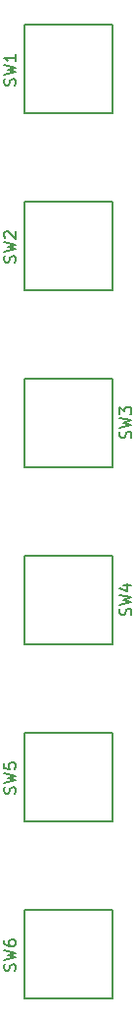
<source format=gto>
G04 #@! TF.FileFunction,Legend,Top*
%FSLAX46Y46*%
G04 Gerber Fmt 4.6, Leading zero omitted, Abs format (unit mm)*
G04 Created by KiCad (PCBNEW 4.0.7) date 02/21/18 20:26:29*
%MOMM*%
%LPD*%
G01*
G04 APERTURE LIST*
%ADD10C,0.100000*%
%ADD11C,0.150000*%
G04 APERTURE END LIST*
D10*
D11*
X140680000Y-63040001D02*
X140680000Y-55420001D01*
X140680000Y-55420001D02*
X133060000Y-55420001D01*
X133060000Y-55420001D02*
X133060000Y-63040001D01*
X133060000Y-63040001D02*
X140680000Y-63040001D01*
X140680000Y-78280001D02*
X140680000Y-70660001D01*
X140680000Y-70660001D02*
X133060000Y-70660001D01*
X133060000Y-70660001D02*
X133060000Y-78280001D01*
X133060000Y-78280001D02*
X140680000Y-78280001D01*
X133060000Y-85900001D02*
X133060000Y-93520001D01*
X133060000Y-93520001D02*
X140680000Y-93520001D01*
X140680000Y-93520001D02*
X140680000Y-85900001D01*
X140680000Y-85900001D02*
X133060000Y-85900001D01*
X133060000Y-101140001D02*
X133060000Y-108760001D01*
X133060000Y-108760001D02*
X140680000Y-108760001D01*
X140680000Y-108760001D02*
X140680000Y-101140001D01*
X140680000Y-101140001D02*
X133060000Y-101140001D01*
X140680000Y-124000001D02*
X140680000Y-116380001D01*
X140680000Y-116380001D02*
X133060000Y-116380001D01*
X133060000Y-116380001D02*
X133060000Y-124000001D01*
X133060000Y-124000001D02*
X140680000Y-124000001D01*
X140680000Y-139240001D02*
X140680000Y-131620001D01*
X140680000Y-131620001D02*
X133060000Y-131620001D01*
X133060000Y-131620001D02*
X133060000Y-139240001D01*
X133060000Y-139240001D02*
X140680000Y-139240001D01*
X132266762Y-60619334D02*
X132314381Y-60476477D01*
X132314381Y-60238381D01*
X132266762Y-60143143D01*
X132219143Y-60095524D01*
X132123905Y-60047905D01*
X132028667Y-60047905D01*
X131933429Y-60095524D01*
X131885810Y-60143143D01*
X131838190Y-60238381D01*
X131790571Y-60428858D01*
X131742952Y-60524096D01*
X131695333Y-60571715D01*
X131600095Y-60619334D01*
X131504857Y-60619334D01*
X131409619Y-60571715D01*
X131362000Y-60524096D01*
X131314381Y-60428858D01*
X131314381Y-60190762D01*
X131362000Y-60047905D01*
X131314381Y-59714572D02*
X132314381Y-59476477D01*
X131600095Y-59286000D01*
X132314381Y-59095524D01*
X131314381Y-58857429D01*
X132314381Y-57952667D02*
X132314381Y-58524096D01*
X132314381Y-58238382D02*
X131314381Y-58238382D01*
X131457238Y-58333620D01*
X131552476Y-58428858D01*
X131600095Y-58524096D01*
X132266762Y-75859334D02*
X132314381Y-75716477D01*
X132314381Y-75478381D01*
X132266762Y-75383143D01*
X132219143Y-75335524D01*
X132123905Y-75287905D01*
X132028667Y-75287905D01*
X131933429Y-75335524D01*
X131885810Y-75383143D01*
X131838190Y-75478381D01*
X131790571Y-75668858D01*
X131742952Y-75764096D01*
X131695333Y-75811715D01*
X131600095Y-75859334D01*
X131504857Y-75859334D01*
X131409619Y-75811715D01*
X131362000Y-75764096D01*
X131314381Y-75668858D01*
X131314381Y-75430762D01*
X131362000Y-75287905D01*
X131314381Y-74954572D02*
X132314381Y-74716477D01*
X131600095Y-74526000D01*
X132314381Y-74335524D01*
X131314381Y-74097429D01*
X131409619Y-73764096D02*
X131362000Y-73716477D01*
X131314381Y-73621239D01*
X131314381Y-73383143D01*
X131362000Y-73287905D01*
X131409619Y-73240286D01*
X131504857Y-73192667D01*
X131600095Y-73192667D01*
X131742952Y-73240286D01*
X132314381Y-73811715D01*
X132314381Y-73192667D01*
X142282762Y-90987334D02*
X142330381Y-90844477D01*
X142330381Y-90606381D01*
X142282762Y-90511143D01*
X142235143Y-90463524D01*
X142139905Y-90415905D01*
X142044667Y-90415905D01*
X141949429Y-90463524D01*
X141901810Y-90511143D01*
X141854190Y-90606381D01*
X141806571Y-90796858D01*
X141758952Y-90892096D01*
X141711333Y-90939715D01*
X141616095Y-90987334D01*
X141520857Y-90987334D01*
X141425619Y-90939715D01*
X141378000Y-90892096D01*
X141330381Y-90796858D01*
X141330381Y-90558762D01*
X141378000Y-90415905D01*
X141330381Y-90082572D02*
X142330381Y-89844477D01*
X141616095Y-89654000D01*
X142330381Y-89463524D01*
X141330381Y-89225429D01*
X141330381Y-88939715D02*
X141330381Y-88320667D01*
X141711333Y-88654001D01*
X141711333Y-88511143D01*
X141758952Y-88415905D01*
X141806571Y-88368286D01*
X141901810Y-88320667D01*
X142139905Y-88320667D01*
X142235143Y-88368286D01*
X142282762Y-88415905D01*
X142330381Y-88511143D01*
X142330381Y-88796858D01*
X142282762Y-88892096D01*
X142235143Y-88939715D01*
X142282762Y-106227334D02*
X142330381Y-106084477D01*
X142330381Y-105846381D01*
X142282762Y-105751143D01*
X142235143Y-105703524D01*
X142139905Y-105655905D01*
X142044667Y-105655905D01*
X141949429Y-105703524D01*
X141901810Y-105751143D01*
X141854190Y-105846381D01*
X141806571Y-106036858D01*
X141758952Y-106132096D01*
X141711333Y-106179715D01*
X141616095Y-106227334D01*
X141520857Y-106227334D01*
X141425619Y-106179715D01*
X141378000Y-106132096D01*
X141330381Y-106036858D01*
X141330381Y-105798762D01*
X141378000Y-105655905D01*
X141330381Y-105322572D02*
X142330381Y-105084477D01*
X141616095Y-104894000D01*
X142330381Y-104703524D01*
X141330381Y-104465429D01*
X141663714Y-103655905D02*
X142330381Y-103655905D01*
X141282762Y-103894001D02*
X141997048Y-104132096D01*
X141997048Y-103513048D01*
X132266762Y-121579334D02*
X132314381Y-121436477D01*
X132314381Y-121198381D01*
X132266762Y-121103143D01*
X132219143Y-121055524D01*
X132123905Y-121007905D01*
X132028667Y-121007905D01*
X131933429Y-121055524D01*
X131885810Y-121103143D01*
X131838190Y-121198381D01*
X131790571Y-121388858D01*
X131742952Y-121484096D01*
X131695333Y-121531715D01*
X131600095Y-121579334D01*
X131504857Y-121579334D01*
X131409619Y-121531715D01*
X131362000Y-121484096D01*
X131314381Y-121388858D01*
X131314381Y-121150762D01*
X131362000Y-121007905D01*
X131314381Y-120674572D02*
X132314381Y-120436477D01*
X131600095Y-120246000D01*
X132314381Y-120055524D01*
X131314381Y-119817429D01*
X131314381Y-118960286D02*
X131314381Y-119436477D01*
X131790571Y-119484096D01*
X131742952Y-119436477D01*
X131695333Y-119341239D01*
X131695333Y-119103143D01*
X131742952Y-119007905D01*
X131790571Y-118960286D01*
X131885810Y-118912667D01*
X132123905Y-118912667D01*
X132219143Y-118960286D01*
X132266762Y-119007905D01*
X132314381Y-119103143D01*
X132314381Y-119341239D01*
X132266762Y-119436477D01*
X132219143Y-119484096D01*
X132266762Y-136819334D02*
X132314381Y-136676477D01*
X132314381Y-136438381D01*
X132266762Y-136343143D01*
X132219143Y-136295524D01*
X132123905Y-136247905D01*
X132028667Y-136247905D01*
X131933429Y-136295524D01*
X131885810Y-136343143D01*
X131838190Y-136438381D01*
X131790571Y-136628858D01*
X131742952Y-136724096D01*
X131695333Y-136771715D01*
X131600095Y-136819334D01*
X131504857Y-136819334D01*
X131409619Y-136771715D01*
X131362000Y-136724096D01*
X131314381Y-136628858D01*
X131314381Y-136390762D01*
X131362000Y-136247905D01*
X131314381Y-135914572D02*
X132314381Y-135676477D01*
X131600095Y-135486000D01*
X132314381Y-135295524D01*
X131314381Y-135057429D01*
X131314381Y-134247905D02*
X131314381Y-134438382D01*
X131362000Y-134533620D01*
X131409619Y-134581239D01*
X131552476Y-134676477D01*
X131742952Y-134724096D01*
X132123905Y-134724096D01*
X132219143Y-134676477D01*
X132266762Y-134628858D01*
X132314381Y-134533620D01*
X132314381Y-134343143D01*
X132266762Y-134247905D01*
X132219143Y-134200286D01*
X132123905Y-134152667D01*
X131885810Y-134152667D01*
X131790571Y-134200286D01*
X131742952Y-134247905D01*
X131695333Y-134343143D01*
X131695333Y-134533620D01*
X131742952Y-134628858D01*
X131790571Y-134676477D01*
X131885810Y-134724096D01*
M02*

</source>
